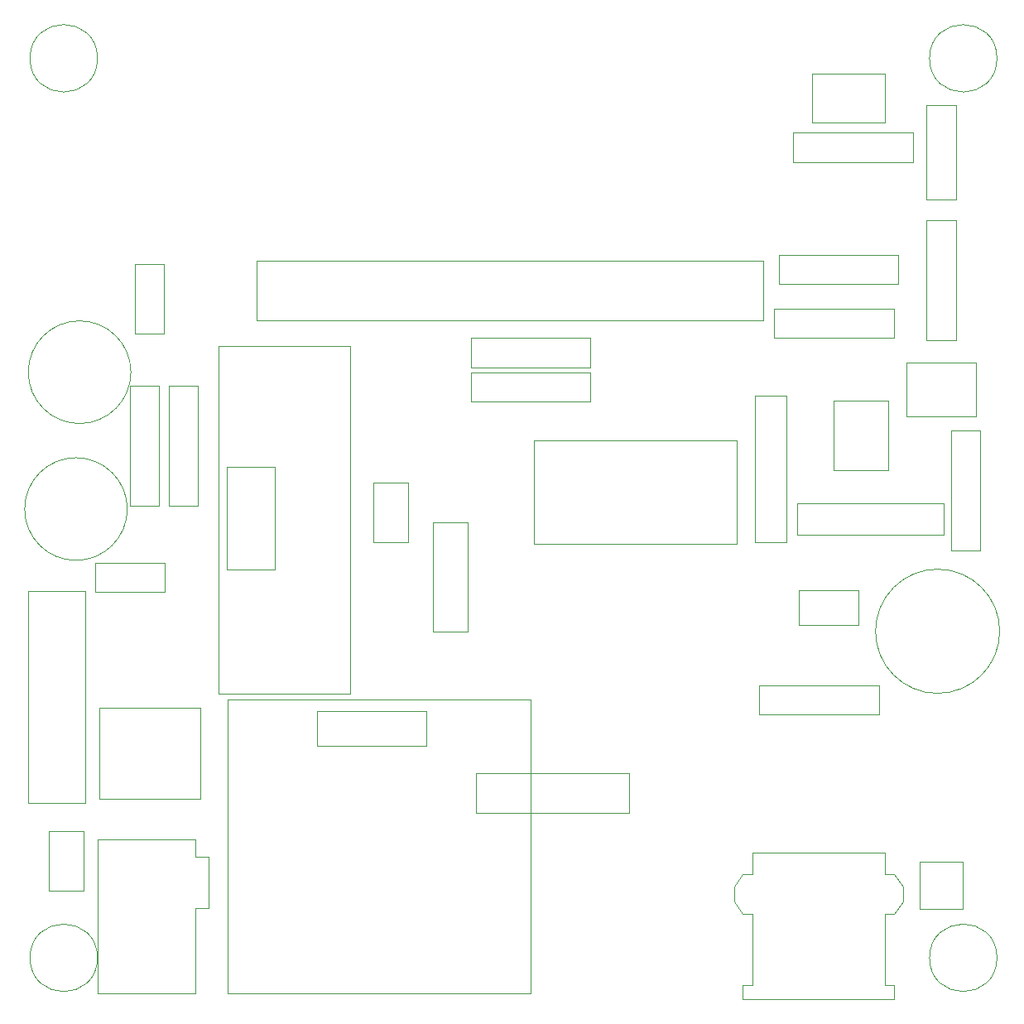
<source format=gbr>
G04 #@! TF.GenerationSoftware,KiCad,Pcbnew,9.0.2*
G04 #@! TF.CreationDate,2025-10-12T16:52:18+02:00*
G04 #@! TF.ProjectId,PiZero_VT100,50695a65-726f-45f5-9654-3130302e6b69,rev?*
G04 #@! TF.SameCoordinates,PX5e9ac00PYa0ca1c0*
G04 #@! TF.FileFunction,Other,User*
%FSLAX46Y46*%
G04 Gerber Fmt 4.6, Leading zero omitted, Abs format (unit mm)*
G04 Created by KiCad (PCBNEW 9.0.2) date 2025-10-12 16:52:18*
%MOMM*%
%LPD*%
G01*
G04 APERTURE LIST*
%ADD10C,0.050000*%
G04 APERTURE END LIST*
D10*
X20800000Y30100000D02*
X51800000Y30100000D01*
X51800000Y100000D01*
X20800000Y100000D01*
X20800000Y30100000D01*
X7550000Y15800000D02*
X7550000Y100000D01*
X7550000Y100000D02*
X17550000Y100000D01*
X17550000Y15800000D02*
X7550000Y15800000D01*
X17550000Y14000000D02*
X17550000Y15800000D01*
X17550000Y100000D02*
X17550000Y8800000D01*
X18850000Y14000000D02*
X17550000Y14000000D01*
X18850000Y14000000D02*
X18850000Y8800000D01*
X18850000Y8800000D02*
X17550000Y8800000D01*
X23770000Y74960000D02*
X75570000Y74960000D01*
X23770000Y68860000D02*
X23770000Y74960000D01*
X75570000Y74960000D02*
X75570000Y68860000D01*
X75570000Y68860000D02*
X23770000Y68860000D01*
X13800000Y62230000D02*
X10800000Y62230000D01*
X10800000Y49970000D01*
X13800000Y49970000D01*
X13800000Y62230000D01*
X7500000Y3700000D02*
G75*
G02*
X600000Y3700000I-3450000J0D01*
G01*
X600000Y3700000D02*
G75*
G02*
X7500000Y3700000I3450000J0D01*
G01*
X29960000Y28900000D02*
X41160000Y28900000D01*
X29960000Y25350000D02*
X29960000Y28900000D01*
X41160000Y28900000D02*
X41160000Y25350000D01*
X41160000Y25350000D02*
X29960000Y25350000D01*
X82790000Y53590000D02*
X82790000Y60690000D01*
X82790000Y53590000D02*
X88350000Y53590000D01*
X88350000Y60690000D02*
X82790000Y60690000D01*
X88350000Y60690000D02*
X88350000Y53590000D01*
X95350000Y90900000D02*
X92250000Y90900000D01*
X92250000Y81300000D01*
X95350000Y81300000D01*
X95350000Y90900000D01*
X25600000Y53890000D02*
X20700000Y53890000D01*
X20700000Y43390000D01*
X25600000Y43390000D01*
X25600000Y53890000D01*
X88050000Y89100000D02*
X80550000Y89100000D01*
X80550000Y94100000D01*
X88050000Y94100000D01*
X88050000Y89100000D01*
X10917677Y63600000D02*
G75*
G02*
X417677Y63600000I-5250000J0D01*
G01*
X417677Y63600000D02*
G75*
G02*
X10917677Y63600000I5250000J0D01*
G01*
X450000Y19500000D02*
X450000Y41200000D01*
X450000Y19500000D02*
X6250000Y19500000D01*
X6250000Y41200000D02*
X450000Y41200000D01*
X6250000Y41200000D02*
X6250000Y19500000D01*
X91590000Y13520000D02*
X91590000Y8680000D01*
X91590000Y8680000D02*
X96010000Y8680000D01*
X96010000Y13520000D02*
X91590000Y13520000D01*
X96010000Y8680000D02*
X96010000Y13520000D01*
X90210000Y64610000D02*
X90210000Y59050000D01*
X90210000Y64610000D02*
X97310000Y64610000D01*
X97310000Y59050000D02*
X90210000Y59050000D01*
X97310000Y59050000D02*
X97310000Y64610000D01*
X78670000Y88100000D02*
X90930000Y88100000D01*
X90930000Y85100000D01*
X78670000Y85100000D01*
X78670000Y88100000D01*
X57930000Y64100000D02*
X45670000Y64100000D01*
X45670000Y67100000D01*
X57930000Y67100000D01*
X57930000Y64100000D01*
X79050000Y50200000D02*
X94050000Y50200000D01*
X94050000Y47000000D01*
X79050000Y47000000D01*
X79050000Y50200000D01*
X99500000Y95700000D02*
G75*
G02*
X92600000Y95700000I-3450000J0D01*
G01*
X92600000Y95700000D02*
G75*
G02*
X99500000Y95700000I3450000J0D01*
G01*
X35730000Y52295000D02*
X35730000Y46205000D01*
X35730000Y46205000D02*
X39270000Y46205000D01*
X39270000Y52295000D02*
X35730000Y52295000D01*
X39270000Y46205000D02*
X39270000Y52295000D01*
X7500000Y95700000D02*
G75*
G02*
X600000Y95700000I-3450000J0D01*
G01*
X600000Y95700000D02*
G75*
G02*
X7500000Y95700000I3450000J0D01*
G01*
X52120000Y46000000D02*
X52120000Y56580000D01*
X72920000Y56580000D02*
X52120000Y56580000D01*
X72920000Y56580000D02*
X72920000Y46000000D01*
X72920000Y46000000D02*
X52120000Y46000000D01*
X76670000Y70100000D02*
X88930000Y70100000D01*
X88930000Y67100000D01*
X76670000Y67100000D01*
X76670000Y70100000D01*
X79255000Y41320000D02*
X79255000Y37780000D01*
X79255000Y37780000D02*
X85345000Y37780000D01*
X85345000Y41320000D02*
X79255000Y41320000D01*
X85345000Y37780000D02*
X85345000Y41320000D01*
X99779216Y37100000D02*
G75*
G02*
X87079216Y37100000I-6350000J0D01*
G01*
X87079216Y37100000D02*
G75*
G02*
X99779216Y37100000I6350000J0D01*
G01*
X7250000Y44100000D02*
X14350000Y44100000D01*
X14350000Y41100000D01*
X7250000Y41100000D01*
X7250000Y44100000D01*
X7690000Y19950000D02*
X7690000Y29300000D01*
X7690000Y19950000D02*
X18000000Y19950000D01*
X18000000Y29300000D02*
X7690000Y29300000D01*
X18000000Y29300000D02*
X18000000Y19950000D01*
X74740000Y46180000D02*
X77940000Y46180000D01*
X77940000Y61180000D01*
X74740000Y61180000D01*
X74740000Y46180000D01*
X61850000Y18500000D02*
X46250000Y18500000D01*
X46250000Y22600000D01*
X61850000Y22600000D01*
X61850000Y18500000D01*
X75170000Y31600000D02*
X87430000Y31600000D01*
X87430000Y28600000D01*
X75170000Y28600000D01*
X75170000Y31600000D01*
X97800000Y57650000D02*
X94800000Y57650000D01*
X94800000Y45390000D01*
X97800000Y45390000D01*
X97800000Y57650000D01*
X41830000Y48240000D02*
X41830000Y37080000D01*
X41830000Y37080000D02*
X45370000Y37080000D01*
X45370000Y48240000D02*
X41830000Y48240000D01*
X45370000Y37080000D02*
X45370000Y48240000D01*
X95300000Y79150000D02*
X92300000Y79150000D01*
X92300000Y66890000D01*
X95300000Y66890000D01*
X95300000Y79150000D01*
X10550000Y49600000D02*
G75*
G02*
X50000Y49600000I-5250000J0D01*
G01*
X50000Y49600000D02*
G75*
G02*
X10550000Y49600000I5250000J0D01*
G01*
X72600000Y10950000D02*
X73500000Y12250000D01*
X72600000Y9500000D02*
X72600000Y10950000D01*
X72600000Y9500000D02*
X73500000Y8200000D01*
X73500000Y950000D02*
X73500000Y-550000D01*
X73500000Y-550000D02*
X89000000Y-550000D01*
X74500000Y12250000D02*
X73500000Y12250000D01*
X74500000Y12250000D02*
X74500000Y14450000D01*
X74500000Y8200000D02*
X73500000Y8200000D01*
X74500000Y8200000D02*
X74500000Y950000D01*
X74500000Y950000D02*
X73500000Y950000D01*
X88000000Y14450000D02*
X74500000Y14450000D01*
X88000000Y12250000D02*
X88000000Y14450000D01*
X88000000Y12250000D02*
X89000000Y12250000D01*
X88000000Y8200000D02*
X89000000Y8200000D01*
X88000000Y950000D02*
X88000000Y8200000D01*
X89000000Y950000D02*
X88000000Y950000D01*
X89000000Y-550000D02*
X89000000Y950000D01*
X89900000Y10950000D02*
X89000000Y12250000D01*
X89900000Y10950000D02*
X89900000Y9500000D01*
X89900000Y9500000D02*
X89000000Y8200000D01*
X11300000Y67550000D02*
X14300000Y67550000D01*
X14300000Y74650000D01*
X11300000Y74650000D01*
X11300000Y67550000D01*
X14800000Y49970000D02*
X17800000Y49970000D01*
X17800000Y62230000D01*
X14800000Y62230000D01*
X14800000Y49970000D01*
X45670000Y63600000D02*
X57930000Y63600000D01*
X57930000Y60600000D01*
X45670000Y60600000D01*
X45670000Y63600000D01*
X99500000Y3700000D02*
G75*
G02*
X92600000Y3700000I-3450000J0D01*
G01*
X92600000Y3700000D02*
G75*
G02*
X99500000Y3700000I3450000J0D01*
G01*
X77170000Y75600000D02*
X89430000Y75600000D01*
X89430000Y72600000D01*
X77170000Y72600000D01*
X77170000Y75600000D01*
X2530000Y16645000D02*
X2530000Y10555000D01*
X2530000Y10555000D02*
X6070000Y10555000D01*
X6070000Y16645000D02*
X2530000Y16645000D01*
X6070000Y10555000D02*
X6070000Y16645000D01*
X19850000Y30750000D02*
X19850000Y66250000D01*
X19850000Y30750000D02*
X33350000Y30750000D01*
X33350000Y66250000D02*
X19850000Y66250000D01*
X33350000Y66250000D02*
X33350000Y30750000D01*
M02*

</source>
